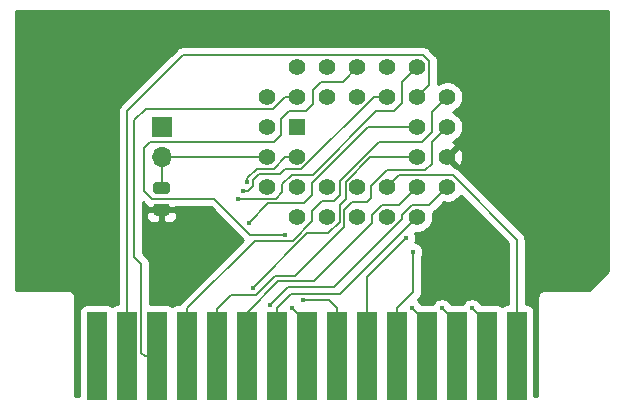
<source format=gbr>
G04 #@! TF.GenerationSoftware,KiCad,Pcbnew,(5.1.8)-1*
G04 #@! TF.CreationDate,2020-11-23T14:14:14+01:00*
G04 #@! TF.ProjectId,MM1_FLASH_128k_A,4d4d315f-464c-4415-9348-5f3132386b5f,R1*
G04 #@! TF.SameCoordinates,PX6b49d20PY52f83c0*
G04 #@! TF.FileFunction,Copper,L1,Top*
G04 #@! TF.FilePolarity,Positive*
%FSLAX46Y46*%
G04 Gerber Fmt 4.6, Leading zero omitted, Abs format (unit mm)*
G04 Created by KiCad (PCBNEW (5.1.8)-1) date 2020-11-23 14:14:14*
%MOMM*%
%LPD*%
G01*
G04 APERTURE LIST*
G04 #@! TA.AperFunction,SMDPad,CuDef*
%ADD10R,1.700000X7.500000*%
G04 #@! TD*
G04 #@! TA.AperFunction,ComponentPad*
%ADD11R,1.422400X1.422400*%
G04 #@! TD*
G04 #@! TA.AperFunction,ComponentPad*
%ADD12C,1.422400*%
G04 #@! TD*
G04 #@! TA.AperFunction,ComponentPad*
%ADD13R,1.700000X1.700000*%
G04 #@! TD*
G04 #@! TA.AperFunction,ComponentPad*
%ADD14O,1.700000X1.700000*%
G04 #@! TD*
G04 #@! TA.AperFunction,ViaPad*
%ADD15C,0.450000*%
G04 #@! TD*
G04 #@! TA.AperFunction,Conductor*
%ADD16C,0.250000*%
G04 #@! TD*
G04 #@! TA.AperFunction,Conductor*
%ADD17C,0.200000*%
G04 #@! TD*
G04 #@! TA.AperFunction,Conductor*
%ADD18C,0.254000*%
G04 #@! TD*
G04 #@! TA.AperFunction,Conductor*
%ADD19C,0.100000*%
G04 #@! TD*
G04 APERTURE END LIST*
D10*
X7530000Y-29890000D03*
X10070000Y-29890000D03*
X12610000Y-29890000D03*
X15150000Y-29890000D03*
X17690000Y-29890000D03*
X20230000Y-29890000D03*
X22770000Y-29890000D03*
X25310000Y-29890000D03*
X27850000Y-29890000D03*
X30390000Y-29890000D03*
X32930000Y-29890000D03*
X35470000Y-29890000D03*
X38010000Y-29890000D03*
X40550000Y-29890000D03*
X43090000Y-29890000D03*
G04 #@! TA.AperFunction,SMDPad,CuDef*
G36*
G01*
X12549999Y-15163000D02*
X13450001Y-15163000D01*
G75*
G02*
X13700000Y-15412999I0J-249999D01*
G01*
X13700000Y-15938001D01*
G75*
G02*
X13450001Y-16188000I-249999J0D01*
G01*
X12549999Y-16188000D01*
G75*
G02*
X12300000Y-15938001I0J249999D01*
G01*
X12300000Y-15412999D01*
G75*
G02*
X12549999Y-15163000I249999J0D01*
G01*
G37*
G04 #@! TD.AperFunction*
G04 #@! TA.AperFunction,SMDPad,CuDef*
G36*
G01*
X12549999Y-16988000D02*
X13450001Y-16988000D01*
G75*
G02*
X13700000Y-17237999I0J-249999D01*
G01*
X13700000Y-17763001D01*
G75*
G02*
X13450001Y-18013000I-249999J0D01*
G01*
X12549999Y-18013000D01*
G75*
G02*
X12300000Y-17763001I0J249999D01*
G01*
X12300000Y-17237999D01*
G75*
G02*
X12549999Y-16988000I249999J0D01*
G01*
G37*
G04 #@! TD.AperFunction*
D11*
X24500000Y-10500000D03*
D12*
X24500000Y-13040000D03*
X24500000Y-7960000D03*
X21960000Y-13040000D03*
X21960000Y-15580000D03*
X21960000Y-10500000D03*
X21960000Y-7960000D03*
X24500000Y-15580000D03*
X27040000Y-15580000D03*
X29580000Y-15580000D03*
X32120000Y-15580000D03*
X24500000Y-18120000D03*
X27040000Y-18120000D03*
X29580000Y-18120000D03*
X32120000Y-18120000D03*
X34660000Y-18120000D03*
X34660000Y-15580000D03*
X34660000Y-13040000D03*
X34660000Y-10500000D03*
X34660000Y-5420000D03*
X37200000Y-15580000D03*
X37200000Y-13040000D03*
X37200000Y-10500000D03*
X37200000Y-7960000D03*
X34660000Y-7960000D03*
X32120000Y-7960000D03*
X29580000Y-7960000D03*
X27040000Y-7960000D03*
X32120000Y-5420000D03*
X29580000Y-5420000D03*
X27040000Y-5420000D03*
X24500000Y-5420000D03*
D13*
X13000000Y-10500000D03*
D14*
X13000000Y-13040000D03*
D15*
X11867500Y-17500500D03*
X39420000Y-20340000D03*
X19928400Y-15958400D03*
X19463000Y-16602800D03*
X20395200Y-18601400D03*
X20765400Y-24111600D03*
X22205700Y-25537400D03*
X20269390Y-15151100D03*
X24040000Y-25859700D03*
X23493200Y-19613600D03*
X24980600Y-25163000D03*
X33697600Y-19909500D03*
X34316600Y-21066300D03*
X34200000Y-25859700D03*
X36740000Y-25859700D03*
X39280000Y-25859700D03*
D16*
X13000000Y-17500500D02*
X11867500Y-17500500D01*
D17*
X20300400Y-15958400D02*
X19928400Y-15958400D01*
X20774400Y-15484400D02*
X20300400Y-15958400D01*
X21250100Y-14489900D02*
X20774400Y-14965600D01*
X23438800Y-14101200D02*
X23050100Y-14489900D01*
X24840900Y-14101200D02*
X23438800Y-14101200D01*
X32120000Y-7960000D02*
X30982100Y-7960000D01*
X30982100Y-7960000D02*
X24840900Y-14101200D01*
X23050100Y-14489900D02*
X21250100Y-14489900D01*
X20774400Y-14965600D02*
X20774400Y-15484400D01*
X35678600Y-6941400D02*
X34660000Y-7960000D01*
X35678600Y-4947500D02*
X35678600Y-6941400D01*
X35106400Y-4375300D02*
X35678600Y-4947500D01*
X14824700Y-4375300D02*
X35106400Y-4375300D01*
X10070000Y-9130000D02*
X14824700Y-4375300D01*
X10070000Y-29890000D02*
X10070000Y-9130000D01*
X32710650Y-9149350D02*
X33390100Y-8469900D01*
X33390100Y-8469900D02*
X33390100Y-6689900D01*
X31199350Y-9149350D02*
X32710650Y-9149350D01*
X33390100Y-6689900D02*
X34660000Y-5420000D01*
X25797200Y-14551500D02*
X31199350Y-9149350D01*
X23230100Y-15363500D02*
X24042100Y-14551500D01*
X23230100Y-16029900D02*
X23230100Y-15363500D01*
X22679000Y-16581000D02*
X23230100Y-16029900D01*
X19484800Y-16581000D02*
X22679000Y-16581000D01*
X24042100Y-14551500D02*
X25797200Y-14551500D01*
X19463000Y-16602800D02*
X19484800Y-16581000D01*
X11560000Y-29890000D02*
X12610000Y-29890000D01*
X11288500Y-22091500D02*
X11288500Y-29618500D01*
X10700000Y-21503000D02*
X11288500Y-22091500D01*
X10700000Y-9950000D02*
X10700000Y-21503000D01*
X11652900Y-8997100D02*
X10700000Y-9950000D01*
X22457112Y-8997100D02*
X11652900Y-8997100D01*
X11288500Y-29618500D02*
X11560000Y-29890000D01*
X23494212Y-7960000D02*
X22457112Y-8997100D01*
X24500000Y-7960000D02*
X23494212Y-7960000D01*
X30510000Y-10500000D02*
X34660000Y-10500000D01*
X25740000Y-15270000D02*
X30510000Y-10500000D01*
X25740000Y-16270000D02*
X25740000Y-15270000D01*
X25048600Y-16961400D02*
X25740000Y-16270000D01*
X22035200Y-16961400D02*
X25048600Y-16961400D01*
X20395200Y-18601400D02*
X22035200Y-16961400D01*
X15150000Y-29890000D02*
X15150000Y-25859700D01*
X25760000Y-17640000D02*
X26590000Y-16810000D01*
X15150000Y-25859700D02*
X20880400Y-20129300D01*
X24110700Y-20129300D02*
X25760000Y-18480000D01*
X20880400Y-20129300D02*
X24110700Y-20129300D01*
X35930000Y-10920000D02*
X35930000Y-9230000D01*
X25760000Y-18480000D02*
X25760000Y-17640000D01*
X26590000Y-16810000D02*
X27600000Y-16810000D01*
X35930000Y-9230000D02*
X37200000Y-7960000D01*
X27600000Y-16810000D02*
X28109100Y-16300900D01*
X28109100Y-16300900D02*
X28109100Y-15065200D01*
X28109100Y-15065200D02*
X31404300Y-11770000D01*
X31404300Y-11770000D02*
X35080000Y-11770000D01*
X35080000Y-11770000D02*
X35930000Y-10920000D01*
X28585700Y-15126500D02*
X30672200Y-13040000D01*
X28585700Y-16571600D02*
X28585700Y-15126500D01*
X28073697Y-17083603D02*
X28585700Y-16571600D01*
X30672200Y-13040000D02*
X34660000Y-13040000D01*
X28073697Y-18538887D02*
X28073697Y-17083603D01*
X20765400Y-24111600D02*
X25354800Y-19522200D01*
X27090384Y-19522200D02*
X28073697Y-18538887D01*
X25354800Y-19522200D02*
X27090384Y-19522200D01*
X35915900Y-13604100D02*
X35915900Y-11784100D01*
X32103000Y-14184600D02*
X35335400Y-14184600D01*
X30773800Y-15513800D02*
X32103000Y-14184600D01*
X28453708Y-17556292D02*
X29160000Y-16850000D01*
X28453708Y-18973708D02*
X28453708Y-17556292D01*
X35915900Y-11784100D02*
X37200000Y-10500000D01*
X24271616Y-23155800D02*
X28453708Y-18973708D01*
X30420000Y-16850000D02*
X30773800Y-16496200D01*
X22583500Y-23155800D02*
X24271616Y-23155800D01*
X20987800Y-24751500D02*
X22583500Y-23155800D01*
X18878500Y-24751500D02*
X20987800Y-24751500D01*
X29160000Y-16850000D02*
X30420000Y-16850000D01*
X17690000Y-25940000D02*
X18878500Y-24751500D01*
X35335400Y-14184600D02*
X35915900Y-13604100D01*
X17690000Y-29890000D02*
X17690000Y-25940000D01*
X30773800Y-16496200D02*
X30773800Y-15513800D01*
X37200000Y-15580000D02*
X35651700Y-17128300D01*
X35651700Y-17128300D02*
X34232900Y-17128300D01*
X34232900Y-17128300D02*
X33390100Y-17971100D01*
X33390100Y-17971100D02*
X33390100Y-18257100D01*
X33390100Y-18257100D02*
X27624700Y-24022500D01*
X27624700Y-24022500D02*
X23720600Y-24022500D01*
X23720600Y-24022500D02*
X22205700Y-25537400D01*
X20230000Y-26230000D02*
X20230000Y-29890000D01*
X22878600Y-23581400D02*
X20230000Y-26230000D01*
X25888600Y-23581400D02*
X22878600Y-23581400D01*
X30850100Y-18619900D02*
X25888600Y-23581400D01*
X30850100Y-17971100D02*
X30850100Y-18619900D01*
X33111700Y-17128300D02*
X31692900Y-17128300D01*
X31692900Y-17128300D02*
X30850100Y-17971100D01*
X34660000Y-15580000D02*
X33111700Y-17128300D01*
X34660000Y-18120000D02*
X28122300Y-24657700D01*
X28122300Y-24657700D02*
X23972000Y-24657700D01*
X23972000Y-24657700D02*
X22770000Y-25859700D01*
X22770000Y-29890000D02*
X22770000Y-25859700D01*
X20269390Y-14832902D02*
X20269390Y-15151100D01*
X21070692Y-14031600D02*
X20269390Y-14832902D01*
X22502612Y-14031600D02*
X21070692Y-14031600D01*
X23494212Y-13040000D02*
X22502612Y-14031600D01*
X24500000Y-13040000D02*
X23494212Y-13040000D01*
X25310000Y-27129700D02*
X24040000Y-25859700D01*
X25310000Y-29890000D02*
X25310000Y-27129700D01*
X20515100Y-19613600D02*
X23493200Y-19613600D01*
X12183900Y-16573900D02*
X17475400Y-16573900D01*
X29580000Y-5420000D02*
X28335000Y-6665000D01*
X28335000Y-6665000D02*
X26475000Y-6665000D01*
X26475000Y-6665000D02*
X25796550Y-7343450D01*
X25796550Y-7343450D02*
X25796550Y-8583450D01*
X23132200Y-11157800D02*
X22505900Y-11784100D01*
X25796550Y-8583450D02*
X25220000Y-9160000D01*
X23790000Y-9160000D02*
X23132200Y-9817800D01*
X25220000Y-9160000D02*
X23790000Y-9160000D01*
X22505900Y-11784100D02*
X11985900Y-11784100D01*
X23132200Y-9817800D02*
X23132200Y-11157800D01*
X17475400Y-16573900D02*
X20515100Y-19613600D01*
X11985900Y-11784100D02*
X11510000Y-12260000D01*
X11510000Y-15900000D02*
X12183900Y-16573900D01*
X11510000Y-12260000D02*
X11510000Y-15900000D01*
X27850000Y-29890000D02*
X27850000Y-25859700D01*
X24980600Y-25163000D02*
X27153300Y-25163000D01*
X27153300Y-25163000D02*
X27850000Y-25859700D01*
X30390000Y-29890000D02*
X30390000Y-23217100D01*
X30390000Y-23217100D02*
X33697600Y-19909500D01*
X32930000Y-25859700D02*
X34316600Y-24473100D01*
X34316600Y-24473100D02*
X34316600Y-21066300D01*
X32930000Y-29890000D02*
X32930000Y-25859700D01*
X35470000Y-27129700D02*
X34200000Y-25859700D01*
X35470000Y-29890000D02*
X35470000Y-27129700D01*
X38010000Y-27129700D02*
X36740000Y-25859700D01*
X38010000Y-29890000D02*
X38010000Y-27129700D01*
X40550000Y-27129700D02*
X39280000Y-25859700D01*
X40550000Y-29890000D02*
X40550000Y-27129700D01*
X32120000Y-15580000D02*
X33116200Y-14583800D01*
X33116200Y-14583800D02*
X37640200Y-14583800D01*
X37640200Y-14583800D02*
X43090000Y-20033600D01*
X43090000Y-20033600D02*
X43090000Y-29890000D01*
X13000000Y-13040000D02*
X21960000Y-13040000D01*
X13000000Y-13040000D02*
X13000000Y-15675500D01*
D18*
X50790000Y-22705908D02*
X49205909Y-24290000D01*
X45534877Y-24290000D01*
X45500000Y-24286565D01*
X45465123Y-24290000D01*
X45360816Y-24300273D01*
X45226980Y-24340872D01*
X45103637Y-24406800D01*
X44995525Y-24495525D01*
X44906800Y-24603637D01*
X44840872Y-24726980D01*
X44800273Y-24860816D01*
X44786565Y-25000000D01*
X44790000Y-25034876D01*
X44790001Y-33290000D01*
X44578072Y-33290000D01*
X44578072Y-26140000D01*
X44565812Y-26015518D01*
X44529502Y-25895820D01*
X44470537Y-25785506D01*
X44391185Y-25688815D01*
X44294494Y-25609463D01*
X44184180Y-25550498D01*
X44064482Y-25514188D01*
X43940000Y-25501928D01*
X43825000Y-25501928D01*
X43825000Y-20069704D01*
X43828556Y-20033599D01*
X43814365Y-19889514D01*
X43788677Y-19804833D01*
X43772337Y-19750967D01*
X43704087Y-19623280D01*
X43660117Y-19569703D01*
X43635253Y-19539406D01*
X43635250Y-19539403D01*
X43612237Y-19511362D01*
X43584197Y-19488351D01*
X38185459Y-14089613D01*
X38162438Y-14061562D01*
X38050520Y-13969713D01*
X37922833Y-13901463D01*
X37864016Y-13883621D01*
X37200000Y-13219605D01*
X37185858Y-13233748D01*
X37006253Y-13054143D01*
X37020395Y-13040000D01*
X37379605Y-13040000D01*
X38129273Y-13789668D01*
X38364183Y-13728848D01*
X38476202Y-13488491D01*
X38539176Y-13230898D01*
X38550687Y-12965970D01*
X38510291Y-12703887D01*
X38419542Y-12454720D01*
X38364183Y-12351152D01*
X38129273Y-12290332D01*
X37379605Y-13040000D01*
X37020395Y-13040000D01*
X37006253Y-13025858D01*
X37185858Y-12846253D01*
X37200000Y-12860395D01*
X37949668Y-12110727D01*
X37888848Y-11875817D01*
X37657066Y-11767794D01*
X37837665Y-11692987D01*
X38058153Y-11545662D01*
X38245662Y-11358153D01*
X38392987Y-11137665D01*
X38494467Y-10892672D01*
X38546200Y-10632589D01*
X38546200Y-10367411D01*
X38494467Y-10107328D01*
X38392987Y-9862335D01*
X38245662Y-9641847D01*
X38058153Y-9454338D01*
X37837665Y-9307013D01*
X37651740Y-9230000D01*
X37837665Y-9152987D01*
X38058153Y-9005662D01*
X38245662Y-8818153D01*
X38392987Y-8597665D01*
X38494467Y-8352672D01*
X38546200Y-8092589D01*
X38546200Y-7827411D01*
X38494467Y-7567328D01*
X38392987Y-7322335D01*
X38245662Y-7101847D01*
X38058153Y-6914338D01*
X37837665Y-6767013D01*
X37592672Y-6665533D01*
X37332589Y-6613800D01*
X37067411Y-6613800D01*
X36807328Y-6665533D01*
X36562335Y-6767013D01*
X36413600Y-6866394D01*
X36413600Y-4983604D01*
X36417156Y-4947499D01*
X36402965Y-4803414D01*
X36370270Y-4695635D01*
X36360937Y-4664867D01*
X36292687Y-4537180D01*
X36248717Y-4483603D01*
X36223853Y-4453306D01*
X36223850Y-4453303D01*
X36200837Y-4425262D01*
X36172797Y-4402250D01*
X35651658Y-3881112D01*
X35628638Y-3853062D01*
X35516720Y-3761213D01*
X35389033Y-3692963D01*
X35250485Y-3650935D01*
X35142505Y-3640300D01*
X35106400Y-3636744D01*
X35070295Y-3640300D01*
X14860794Y-3640300D01*
X14824699Y-3636745D01*
X14788604Y-3640300D01*
X14788595Y-3640300D01*
X14680615Y-3650935D01*
X14542067Y-3692963D01*
X14414380Y-3761213D01*
X14302462Y-3853062D01*
X14279446Y-3881107D01*
X9575808Y-8584746D01*
X9547763Y-8607762D01*
X9455914Y-8719680D01*
X9387664Y-8847367D01*
X9345635Y-8985915D01*
X9331444Y-9130000D01*
X9335001Y-9166115D01*
X9335000Y-25501928D01*
X9220000Y-25501928D01*
X9095518Y-25514188D01*
X8975820Y-25550498D01*
X8865506Y-25609463D01*
X8800000Y-25663222D01*
X8734494Y-25609463D01*
X8624180Y-25550498D01*
X8504482Y-25514188D01*
X8380000Y-25501928D01*
X6680000Y-25501928D01*
X6555518Y-25514188D01*
X6435820Y-25550498D01*
X6325506Y-25609463D01*
X6228815Y-25688815D01*
X6149463Y-25785506D01*
X6090498Y-25895820D01*
X6054188Y-26015518D01*
X6041928Y-26140000D01*
X6041928Y-33290000D01*
X5710000Y-33290000D01*
X5710000Y-25034876D01*
X5713435Y-25000000D01*
X5699727Y-24860816D01*
X5659128Y-24726980D01*
X5593200Y-24603637D01*
X5504475Y-24495525D01*
X5396363Y-24406800D01*
X5273020Y-24340872D01*
X5139184Y-24300273D01*
X5034877Y-24290000D01*
X5000000Y-24286565D01*
X4965123Y-24290000D01*
X710000Y-24290000D01*
X710000Y-710000D01*
X50790001Y-710000D01*
X50790000Y-22705908D01*
G04 #@! TA.AperFunction,Conductor*
D19*
G36*
X50790000Y-22705908D02*
G01*
X49205909Y-24290000D01*
X45534877Y-24290000D01*
X45500000Y-24286565D01*
X45465123Y-24290000D01*
X45360816Y-24300273D01*
X45226980Y-24340872D01*
X45103637Y-24406800D01*
X44995525Y-24495525D01*
X44906800Y-24603637D01*
X44840872Y-24726980D01*
X44800273Y-24860816D01*
X44786565Y-25000000D01*
X44790000Y-25034876D01*
X44790001Y-33290000D01*
X44578072Y-33290000D01*
X44578072Y-26140000D01*
X44565812Y-26015518D01*
X44529502Y-25895820D01*
X44470537Y-25785506D01*
X44391185Y-25688815D01*
X44294494Y-25609463D01*
X44184180Y-25550498D01*
X44064482Y-25514188D01*
X43940000Y-25501928D01*
X43825000Y-25501928D01*
X43825000Y-20069704D01*
X43828556Y-20033599D01*
X43814365Y-19889514D01*
X43788677Y-19804833D01*
X43772337Y-19750967D01*
X43704087Y-19623280D01*
X43660117Y-19569703D01*
X43635253Y-19539406D01*
X43635250Y-19539403D01*
X43612237Y-19511362D01*
X43584197Y-19488351D01*
X38185459Y-14089613D01*
X38162438Y-14061562D01*
X38050520Y-13969713D01*
X37922833Y-13901463D01*
X37864016Y-13883621D01*
X37200000Y-13219605D01*
X37185858Y-13233748D01*
X37006253Y-13054143D01*
X37020395Y-13040000D01*
X37379605Y-13040000D01*
X38129273Y-13789668D01*
X38364183Y-13728848D01*
X38476202Y-13488491D01*
X38539176Y-13230898D01*
X38550687Y-12965970D01*
X38510291Y-12703887D01*
X38419542Y-12454720D01*
X38364183Y-12351152D01*
X38129273Y-12290332D01*
X37379605Y-13040000D01*
X37020395Y-13040000D01*
X37006253Y-13025858D01*
X37185858Y-12846253D01*
X37200000Y-12860395D01*
X37949668Y-12110727D01*
X37888848Y-11875817D01*
X37657066Y-11767794D01*
X37837665Y-11692987D01*
X38058153Y-11545662D01*
X38245662Y-11358153D01*
X38392987Y-11137665D01*
X38494467Y-10892672D01*
X38546200Y-10632589D01*
X38546200Y-10367411D01*
X38494467Y-10107328D01*
X38392987Y-9862335D01*
X38245662Y-9641847D01*
X38058153Y-9454338D01*
X37837665Y-9307013D01*
X37651740Y-9230000D01*
X37837665Y-9152987D01*
X38058153Y-9005662D01*
X38245662Y-8818153D01*
X38392987Y-8597665D01*
X38494467Y-8352672D01*
X38546200Y-8092589D01*
X38546200Y-7827411D01*
X38494467Y-7567328D01*
X38392987Y-7322335D01*
X38245662Y-7101847D01*
X38058153Y-6914338D01*
X37837665Y-6767013D01*
X37592672Y-6665533D01*
X37332589Y-6613800D01*
X37067411Y-6613800D01*
X36807328Y-6665533D01*
X36562335Y-6767013D01*
X36413600Y-6866394D01*
X36413600Y-4983604D01*
X36417156Y-4947499D01*
X36402965Y-4803414D01*
X36370270Y-4695635D01*
X36360937Y-4664867D01*
X36292687Y-4537180D01*
X36248717Y-4483603D01*
X36223853Y-4453306D01*
X36223850Y-4453303D01*
X36200837Y-4425262D01*
X36172797Y-4402250D01*
X35651658Y-3881112D01*
X35628638Y-3853062D01*
X35516720Y-3761213D01*
X35389033Y-3692963D01*
X35250485Y-3650935D01*
X35142505Y-3640300D01*
X35106400Y-3636744D01*
X35070295Y-3640300D01*
X14860794Y-3640300D01*
X14824699Y-3636745D01*
X14788604Y-3640300D01*
X14788595Y-3640300D01*
X14680615Y-3650935D01*
X14542067Y-3692963D01*
X14414380Y-3761213D01*
X14302462Y-3853062D01*
X14279446Y-3881107D01*
X9575808Y-8584746D01*
X9547763Y-8607762D01*
X9455914Y-8719680D01*
X9387664Y-8847367D01*
X9345635Y-8985915D01*
X9331444Y-9130000D01*
X9335001Y-9166115D01*
X9335000Y-25501928D01*
X9220000Y-25501928D01*
X9095518Y-25514188D01*
X8975820Y-25550498D01*
X8865506Y-25609463D01*
X8800000Y-25663222D01*
X8734494Y-25609463D01*
X8624180Y-25550498D01*
X8504482Y-25514188D01*
X8380000Y-25501928D01*
X6680000Y-25501928D01*
X6555518Y-25514188D01*
X6435820Y-25550498D01*
X6325506Y-25609463D01*
X6228815Y-25688815D01*
X6149463Y-25785506D01*
X6090498Y-25895820D01*
X6054188Y-26015518D01*
X6041928Y-26140000D01*
X6041928Y-33290000D01*
X5710000Y-33290000D01*
X5710000Y-25034876D01*
X5713435Y-25000000D01*
X5699727Y-24860816D01*
X5659128Y-24726980D01*
X5593200Y-24603637D01*
X5504475Y-24495525D01*
X5396363Y-24406800D01*
X5273020Y-24340872D01*
X5139184Y-24300273D01*
X5034877Y-24290000D01*
X5000000Y-24286565D01*
X4965123Y-24290000D01*
X710000Y-24290000D01*
X710000Y-710000D01*
X50790001Y-710000D01*
X50790000Y-22705908D01*
G37*
G04 #@! TD.AperFunction*
D18*
X42355000Y-20338047D02*
X42355001Y-25501928D01*
X42240000Y-25501928D01*
X42115518Y-25514188D01*
X41995820Y-25550498D01*
X41885506Y-25609463D01*
X41820000Y-25663222D01*
X41754494Y-25609463D01*
X41644180Y-25550498D01*
X41524482Y-25514188D01*
X41400000Y-25501928D01*
X40062663Y-25501928D01*
X40042122Y-25452337D01*
X39948005Y-25311482D01*
X39828218Y-25191695D01*
X39687363Y-25097578D01*
X39530853Y-25032749D01*
X39364703Y-24999700D01*
X39195297Y-24999700D01*
X39029147Y-25032749D01*
X38872637Y-25097578D01*
X38731782Y-25191695D01*
X38611995Y-25311482D01*
X38517878Y-25452337D01*
X38497337Y-25501928D01*
X37522663Y-25501928D01*
X37502122Y-25452337D01*
X37408005Y-25311482D01*
X37288218Y-25191695D01*
X37147363Y-25097578D01*
X36990853Y-25032749D01*
X36824703Y-24999700D01*
X36655297Y-24999700D01*
X36489147Y-25032749D01*
X36332637Y-25097578D01*
X36191782Y-25191695D01*
X36071995Y-25311482D01*
X35977878Y-25452337D01*
X35957337Y-25501928D01*
X34982663Y-25501928D01*
X34962122Y-25452337D01*
X34868005Y-25311482D01*
X34748218Y-25191695D01*
X34681819Y-25147328D01*
X34810797Y-25018350D01*
X34838837Y-24995338D01*
X34861850Y-24967297D01*
X34861853Y-24967294D01*
X34930687Y-24883420D01*
X34998937Y-24755734D01*
X35040965Y-24617185D01*
X35055156Y-24473100D01*
X35051600Y-24436995D01*
X35051600Y-21514254D01*
X35078722Y-21473663D01*
X35143551Y-21317153D01*
X35176600Y-21151003D01*
X35176600Y-20981597D01*
X35143551Y-20815447D01*
X35078722Y-20658937D01*
X34984605Y-20518082D01*
X34864818Y-20398295D01*
X34723963Y-20304178D01*
X34567453Y-20239349D01*
X34497586Y-20225452D01*
X34524551Y-20160353D01*
X34557600Y-19994203D01*
X34557600Y-19824797D01*
X34524551Y-19658647D01*
X34459722Y-19502137D01*
X34421653Y-19445164D01*
X34527411Y-19466200D01*
X34792589Y-19466200D01*
X35052672Y-19414467D01*
X35297665Y-19312987D01*
X35518153Y-19165662D01*
X35705662Y-18978153D01*
X35852987Y-18757665D01*
X35954467Y-18512672D01*
X36006200Y-18252589D01*
X36006200Y-17987411D01*
X35967511Y-17792903D01*
X36062020Y-17742387D01*
X36173938Y-17650538D01*
X36196958Y-17622488D01*
X36922142Y-16897305D01*
X37067411Y-16926200D01*
X37332589Y-16926200D01*
X37592672Y-16874467D01*
X37837665Y-16772987D01*
X38058153Y-16625662D01*
X38245662Y-16438153D01*
X38329554Y-16312600D01*
X42355000Y-20338047D01*
G04 #@! TA.AperFunction,Conductor*
D19*
G36*
X42355000Y-20338047D02*
G01*
X42355001Y-25501928D01*
X42240000Y-25501928D01*
X42115518Y-25514188D01*
X41995820Y-25550498D01*
X41885506Y-25609463D01*
X41820000Y-25663222D01*
X41754494Y-25609463D01*
X41644180Y-25550498D01*
X41524482Y-25514188D01*
X41400000Y-25501928D01*
X40062663Y-25501928D01*
X40042122Y-25452337D01*
X39948005Y-25311482D01*
X39828218Y-25191695D01*
X39687363Y-25097578D01*
X39530853Y-25032749D01*
X39364703Y-24999700D01*
X39195297Y-24999700D01*
X39029147Y-25032749D01*
X38872637Y-25097578D01*
X38731782Y-25191695D01*
X38611995Y-25311482D01*
X38517878Y-25452337D01*
X38497337Y-25501928D01*
X37522663Y-25501928D01*
X37502122Y-25452337D01*
X37408005Y-25311482D01*
X37288218Y-25191695D01*
X37147363Y-25097578D01*
X36990853Y-25032749D01*
X36824703Y-24999700D01*
X36655297Y-24999700D01*
X36489147Y-25032749D01*
X36332637Y-25097578D01*
X36191782Y-25191695D01*
X36071995Y-25311482D01*
X35977878Y-25452337D01*
X35957337Y-25501928D01*
X34982663Y-25501928D01*
X34962122Y-25452337D01*
X34868005Y-25311482D01*
X34748218Y-25191695D01*
X34681819Y-25147328D01*
X34810797Y-25018350D01*
X34838837Y-24995338D01*
X34861850Y-24967297D01*
X34861853Y-24967294D01*
X34930687Y-24883420D01*
X34998937Y-24755734D01*
X35040965Y-24617185D01*
X35055156Y-24473100D01*
X35051600Y-24436995D01*
X35051600Y-21514254D01*
X35078722Y-21473663D01*
X35143551Y-21317153D01*
X35176600Y-21151003D01*
X35176600Y-20981597D01*
X35143551Y-20815447D01*
X35078722Y-20658937D01*
X34984605Y-20518082D01*
X34864818Y-20398295D01*
X34723963Y-20304178D01*
X34567453Y-20239349D01*
X34497586Y-20225452D01*
X34524551Y-20160353D01*
X34557600Y-19994203D01*
X34557600Y-19824797D01*
X34524551Y-19658647D01*
X34459722Y-19502137D01*
X34421653Y-19445164D01*
X34527411Y-19466200D01*
X34792589Y-19466200D01*
X35052672Y-19414467D01*
X35297665Y-19312987D01*
X35518153Y-19165662D01*
X35705662Y-18978153D01*
X35852987Y-18757665D01*
X35954467Y-18512672D01*
X36006200Y-18252589D01*
X36006200Y-17987411D01*
X35967511Y-17792903D01*
X36062020Y-17742387D01*
X36173938Y-17650538D01*
X36196958Y-17622488D01*
X36922142Y-16897305D01*
X37067411Y-16926200D01*
X37332589Y-16926200D01*
X37592672Y-16874467D01*
X37837665Y-16772987D01*
X38058153Y-16625662D01*
X38245662Y-16438153D01*
X38329554Y-16312600D01*
X42355000Y-20338047D01*
G37*
G04 #@! TD.AperFunction*
D18*
X11638646Y-17068093D02*
X11661662Y-17096138D01*
X11663413Y-17097575D01*
X11665000Y-17214750D01*
X11823750Y-17373500D01*
X12873000Y-17373500D01*
X12873000Y-17353500D01*
X13127000Y-17353500D01*
X13127000Y-17373500D01*
X14176250Y-17373500D01*
X14240850Y-17308900D01*
X17170954Y-17308900D01*
X19916153Y-20054100D01*
X14655808Y-25314446D01*
X14627763Y-25337462D01*
X14535914Y-25449380D01*
X14507827Y-25501928D01*
X14300000Y-25501928D01*
X14175518Y-25514188D01*
X14055820Y-25550498D01*
X13945506Y-25609463D01*
X13880000Y-25663222D01*
X13814494Y-25609463D01*
X13704180Y-25550498D01*
X13584482Y-25514188D01*
X13460000Y-25501928D01*
X12023500Y-25501928D01*
X12023500Y-22127605D01*
X12027056Y-22091500D01*
X12012865Y-21947415D01*
X11970837Y-21808866D01*
X11902587Y-21681180D01*
X11833753Y-21597306D01*
X11833750Y-21597303D01*
X11810737Y-21569262D01*
X11782697Y-21546250D01*
X11435000Y-21198554D01*
X11435000Y-18013000D01*
X11661928Y-18013000D01*
X11674188Y-18137482D01*
X11710498Y-18257180D01*
X11769463Y-18367494D01*
X11848815Y-18464185D01*
X11945506Y-18543537D01*
X12055820Y-18602502D01*
X12175518Y-18638812D01*
X12300000Y-18651072D01*
X12714250Y-18648000D01*
X12873000Y-18489250D01*
X12873000Y-17627500D01*
X13127000Y-17627500D01*
X13127000Y-18489250D01*
X13285750Y-18648000D01*
X13700000Y-18651072D01*
X13824482Y-18638812D01*
X13944180Y-18602502D01*
X14054494Y-18543537D01*
X14151185Y-18464185D01*
X14230537Y-18367494D01*
X14289502Y-18257180D01*
X14325812Y-18137482D01*
X14338072Y-18013000D01*
X14335000Y-17786250D01*
X14176250Y-17627500D01*
X13127000Y-17627500D01*
X12873000Y-17627500D01*
X11823750Y-17627500D01*
X11665000Y-17786250D01*
X11661928Y-18013000D01*
X11435000Y-18013000D01*
X11435000Y-16864447D01*
X11638646Y-17068093D01*
G04 #@! TA.AperFunction,Conductor*
D19*
G36*
X11638646Y-17068093D02*
G01*
X11661662Y-17096138D01*
X11663413Y-17097575D01*
X11665000Y-17214750D01*
X11823750Y-17373500D01*
X12873000Y-17373500D01*
X12873000Y-17353500D01*
X13127000Y-17353500D01*
X13127000Y-17373500D01*
X14176250Y-17373500D01*
X14240850Y-17308900D01*
X17170954Y-17308900D01*
X19916153Y-20054100D01*
X14655808Y-25314446D01*
X14627763Y-25337462D01*
X14535914Y-25449380D01*
X14507827Y-25501928D01*
X14300000Y-25501928D01*
X14175518Y-25514188D01*
X14055820Y-25550498D01*
X13945506Y-25609463D01*
X13880000Y-25663222D01*
X13814494Y-25609463D01*
X13704180Y-25550498D01*
X13584482Y-25514188D01*
X13460000Y-25501928D01*
X12023500Y-25501928D01*
X12023500Y-22127605D01*
X12027056Y-22091500D01*
X12012865Y-21947415D01*
X11970837Y-21808866D01*
X11902587Y-21681180D01*
X11833753Y-21597306D01*
X11833750Y-21597303D01*
X11810737Y-21569262D01*
X11782697Y-21546250D01*
X11435000Y-21198554D01*
X11435000Y-18013000D01*
X11661928Y-18013000D01*
X11674188Y-18137482D01*
X11710498Y-18257180D01*
X11769463Y-18367494D01*
X11848815Y-18464185D01*
X11945506Y-18543537D01*
X12055820Y-18602502D01*
X12175518Y-18638812D01*
X12300000Y-18651072D01*
X12714250Y-18648000D01*
X12873000Y-18489250D01*
X12873000Y-17627500D01*
X13127000Y-17627500D01*
X13127000Y-18489250D01*
X13285750Y-18648000D01*
X13700000Y-18651072D01*
X13824482Y-18638812D01*
X13944180Y-18602502D01*
X14054494Y-18543537D01*
X14151185Y-18464185D01*
X14230537Y-18367494D01*
X14289502Y-18257180D01*
X14325812Y-18137482D01*
X14338072Y-18013000D01*
X14335000Y-17786250D01*
X14176250Y-17627500D01*
X13127000Y-17627500D01*
X12873000Y-17627500D01*
X11823750Y-17627500D01*
X11665000Y-17786250D01*
X11661928Y-18013000D01*
X11435000Y-18013000D01*
X11435000Y-16864447D01*
X11638646Y-17068093D01*
G37*
G04 #@! TD.AperFunction*
M02*

</source>
